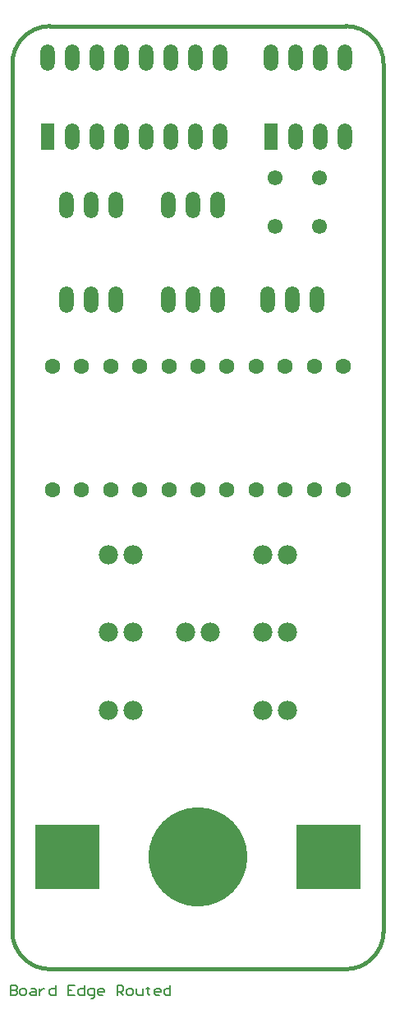
<source format=gbs>
%FSLAX25Y25*%
%MOIN*%
G70*
G01*
G75*
G04 Layer_Color=16711935*
%ADD10C,0.06000*%
%ADD11C,0.01575*%
%ADD12C,0.00787*%
%ADD13C,0.05315*%
%ADD14C,0.05512*%
%ADD15O,0.05000X0.10000*%
%ADD16R,0.05000X0.10000*%
%ADD17C,0.07000*%
%ADD18R,0.25590X0.25590*%
%ADD19C,0.39370*%
%ADD20C,0.01969*%
%ADD21C,0.00984*%
%ADD22C,0.01000*%
%ADD23C,0.00100*%
%ADD24C,0.00090*%
%ADD25C,0.00670*%
%ADD26C,0.00750*%
%ADD27C,0.06800*%
%ADD28C,0.06115*%
%ADD29C,0.06312*%
%ADD30O,0.05800X0.10800*%
%ADD31R,0.05800X0.10800*%
%ADD32C,0.07800*%
%ADD33R,0.26391X0.26391*%
%ADD34C,0.40170*%
D11*
X136158Y787D02*
G03*
X151469Y16034I0J15311D01*
G01*
X788Y16037D02*
G03*
X16077Y787I15311J61D01*
G01*
X151469Y367351D02*
G03*
X136158Y382662I-15311J0D01*
G01*
X16101Y382661D02*
G03*
X789Y367350I0J-15311D01*
G01*
X16077Y787D02*
X136158Y787D01*
X788Y16037D02*
X789Y367350D01*
X16101Y382661D02*
X136158Y382662D01*
X151469Y16034D02*
X151469Y367351D01*
D12*
X0Y-5907D02*
Y-9843D01*
X1968D01*
X2624Y-9187D01*
Y-8531D01*
X1968Y-7875D01*
X0D01*
X1968D01*
X2624Y-7219D01*
Y-6563D01*
X1968Y-5907D01*
X0D01*
X4592Y-9843D02*
X5904D01*
X6560Y-9187D01*
Y-7875D01*
X5904Y-7219D01*
X4592D01*
X3936Y-7875D01*
Y-9187D01*
X4592Y-9843D01*
X8527Y-7219D02*
X9839D01*
X10495Y-7875D01*
Y-9843D01*
X8527D01*
X7871Y-9187D01*
X8527Y-8531D01*
X10495D01*
X11807Y-7219D02*
Y-9843D01*
Y-8531D01*
X12463Y-7875D01*
X13119Y-7219D01*
X13775D01*
X18367Y-5907D02*
Y-9843D01*
X16399D01*
X15743Y-9187D01*
Y-7875D01*
X16399Y-7219D01*
X18367D01*
X26238Y-5907D02*
X23614D01*
Y-9843D01*
X26238D01*
X23614Y-7875D02*
X24926D01*
X30174Y-5907D02*
Y-9843D01*
X28206D01*
X27550Y-9187D01*
Y-7875D01*
X28206Y-7219D01*
X30174D01*
X32798Y-11154D02*
X33454D01*
X34110Y-10498D01*
Y-7219D01*
X32142D01*
X31486Y-7875D01*
Y-9187D01*
X32142Y-9843D01*
X34110D01*
X37389D02*
X36078D01*
X35422Y-9187D01*
Y-7875D01*
X36078Y-7219D01*
X37389D01*
X38045Y-7875D01*
Y-8531D01*
X35422D01*
X43293Y-9843D02*
Y-5907D01*
X45261D01*
X45917Y-6563D01*
Y-7875D01*
X45261Y-8531D01*
X43293D01*
X44605D02*
X45917Y-9843D01*
X47885D02*
X49197D01*
X49853Y-9187D01*
Y-7875D01*
X49197Y-7219D01*
X47885D01*
X47229Y-7875D01*
Y-9187D01*
X47885Y-9843D01*
X51165Y-7219D02*
Y-9187D01*
X51821Y-9843D01*
X53788D01*
Y-7219D01*
X55756Y-6563D02*
Y-7219D01*
X55100D01*
X56412D01*
X55756D01*
Y-9187D01*
X56412Y-9843D01*
X60348D02*
X59036D01*
X58380Y-9187D01*
Y-7875D01*
X59036Y-7219D01*
X60348D01*
X61004Y-7875D01*
Y-8531D01*
X58380D01*
X64940Y-5907D02*
Y-9843D01*
X62972D01*
X62316Y-9187D01*
Y-7875D01*
X62972Y-7219D01*
X64940D01*
D28*
X125331Y321351D02*
D03*
Y301666D02*
D03*
X107615Y321351D02*
D03*
Y301666D02*
D03*
D29*
X123363Y194776D02*
D03*
Y244776D02*
D03*
X135174Y244776D02*
D03*
Y194776D02*
D03*
X111551Y244776D02*
D03*
Y194776D02*
D03*
X17063Y244776D02*
D03*
Y194776D02*
D03*
X76118Y194776D02*
D03*
Y244776D02*
D03*
X28874Y194776D02*
D03*
Y244776D02*
D03*
X87929Y194776D02*
D03*
Y244776D02*
D03*
X40685Y194776D02*
D03*
Y244776D02*
D03*
X99740Y194776D02*
D03*
Y244776D02*
D03*
X64307Y194776D02*
D03*
Y244776D02*
D03*
X52496Y194776D02*
D03*
Y244776D02*
D03*
D30*
X64150Y310327D02*
D03*
X74150D02*
D03*
X84150D02*
D03*
X135646Y369886D02*
D03*
X125646D02*
D03*
X115646D02*
D03*
X105646D02*
D03*
X135646Y337886D02*
D03*
X125646D02*
D03*
X115646D02*
D03*
X22811Y310327D02*
D03*
X32811D02*
D03*
X42811D02*
D03*
X124504Y271941D02*
D03*
X114504D02*
D03*
X104504D02*
D03*
X84150D02*
D03*
X74150D02*
D03*
X64150D02*
D03*
X42811D02*
D03*
X32811D02*
D03*
X22811D02*
D03*
X85095Y369886D02*
D03*
X75095D02*
D03*
X65095D02*
D03*
X55095D02*
D03*
X45095D02*
D03*
X35095D02*
D03*
X25095D02*
D03*
X15095D02*
D03*
X85095Y337886D02*
D03*
X75095D02*
D03*
X65095D02*
D03*
X55095D02*
D03*
X45095D02*
D03*
X35095D02*
D03*
X25095D02*
D03*
D31*
X105646Y337886D02*
D03*
X15095Y337886D02*
D03*
D32*
X49622Y168595D02*
D03*
X39622D02*
D03*
X112615D02*
D03*
X102614D02*
D03*
X49622Y137099D02*
D03*
X39622D02*
D03*
X81118D02*
D03*
X71118D02*
D03*
X112615D02*
D03*
X102614D02*
D03*
X49622Y105603D02*
D03*
X39622D02*
D03*
X112615D02*
D03*
X102614D02*
D03*
D33*
X129268Y46373D02*
D03*
X22969D02*
D03*
D34*
X76118D02*
D03*
M02*

</source>
